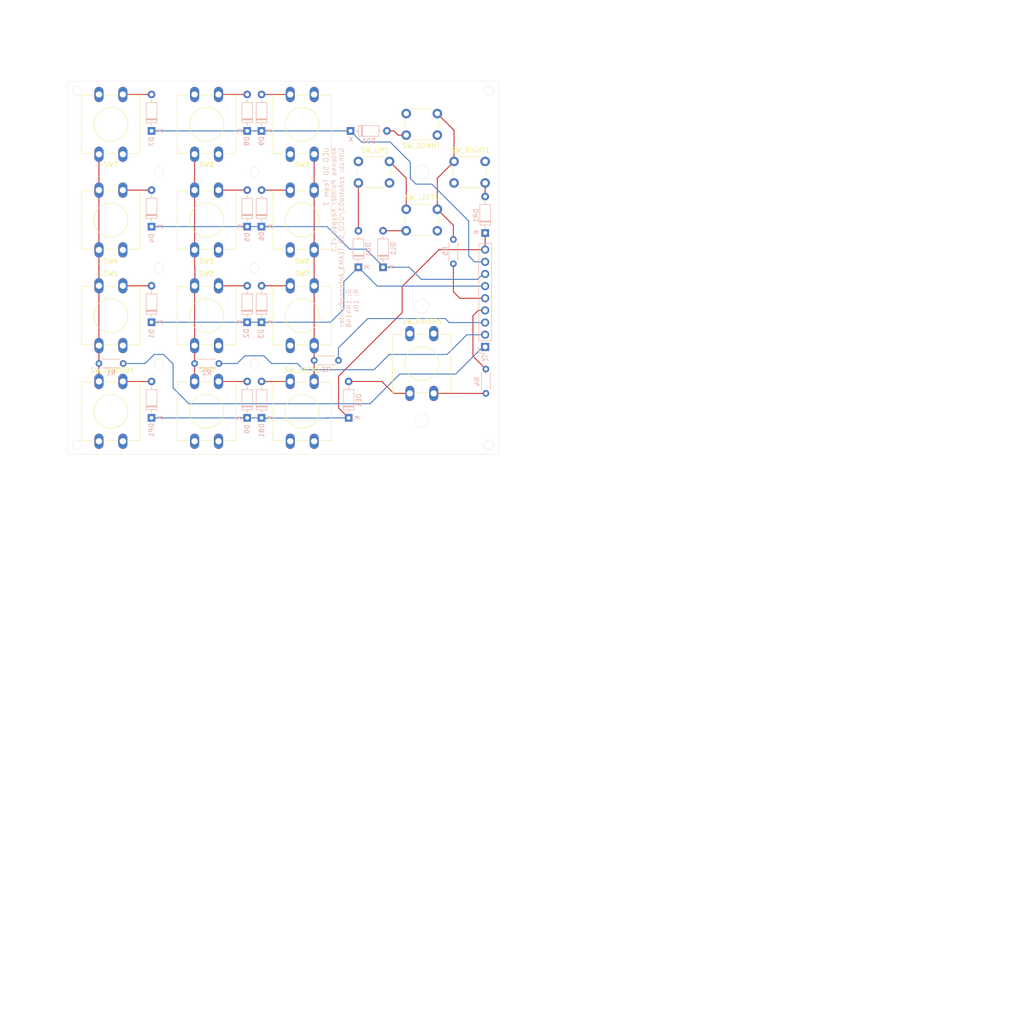
<source format=kicad_pcb>
(kicad_pcb (version 20240108) (generator "pcbnew") (generator_version "8.0")
  (layers (0 "F.Cu" signal) (31 "B.Cu" signal) (34 "B.Paste" user) (35 "F.Paste" user) (36 "B.SilkS" user "B.Silkscreen") (37 "F.SilkS" user "F.Silkscreen") (38 "B.Mask" user) (39 "F.Mask" user) (44 "Edge.Cuts" user))
  (net 0 "")
  (net 1 "Net-(D1-A)")
  (net 2 "Net-(D2-A)")
  (net 3 "Net-(D3-A)")
  (net 4 "Net-(D4-A)")
  (net 5 "Net-(D5-A)")
  (net 6 "Net-(D6-A)")
  (net 7 "Net-(D7-A)")
  (net 8 "Net-(D8-A)")
  (net 9 "Net-(D9-A)")
  (net 10 "Net-(DB1-A)")
  (net 11 "Net-(R1-Pad1)")
  (net 12 "Net-(R2-Pad1)")
  (net 13 "Net-(R4-Pad1)")
  (net 14 "Net-(DE1-A)")
  (net 15 "Net-(DP1-A)")
  (net 16 "Row4")
  (net 17 "Net-(D0-A)")
  (net 18 "Row3")
  (net 19 "Row2")
  (net 20 "Row1")
  (net 21 "Col4")
  (net 22 "Col1")
  (net 23 "Col3")
  (net 24 "Col2")
  (net 25 "Net-(DL1-A)")
  (net 26 "Net-(DR1-A)")
  (net 27 "Net-(DU1-A)")
  (net 28 "Col5")
  (net 29 "Net-(R5-Pad1)")
  (net 30 "Net-(R3-Pad1)")
  (net 31 "Net-(DD1-A)")
  (footprint "Button_Switch_THT:SW_PUSH-12mm" (layer "F.Cu") (at 45.6276 49.144 -90)
    (property "Reference" "SW7" (at 14.65 2.5 180) (layer "F.SilkS"))
    (property "Value" "SW_Push")
    (pad "1" thru_hole oval (at 0 0 270) (size 3.2 1.9) (drill 1.3) (layers "*.Cu" "*.Mask") (net 7 "Net-(D7-A)"))
    (pad "1" thru_hole oval (at 12.5 0 270) (size 3.2 1.9) (drill 1.3) (layers "*.Cu" "*.Mask") (net 7 "Net-(D7-A)"))
    (pad "2" thru_hole oval (at 0 5 270) (size 3.2 1.9) (drill 1.3) (layers "*.Cu" "*.Mask") (net 11 "Net-(R1-Pad1)"))
    (pad "2" thru_hole oval (at 12.5 5 270) (size 3.2 1.9) (drill 1.3) (layers "*.Cu" "*.Mask") (net 11 "Net-(R1-Pad1)"))
  )
  (footprint "Button_Switch_THT:SW_PUSH_6mm" (layer "F.Cu") (at 101.3776 67.644 180)
    (property "Reference" "SW_UP1" (at 3.05 6.85 0) (layer "F.SilkS"))
    (property "Value" "SW_Push")
    (pad "1" thru_hole circle (at 0 0 270) (size 2 2) (drill 1.1) (layers "*.Cu" "*.Mask") (net 27 "Net-(DU1-A)"))
    (pad "1" thru_hole circle (at 6.5 0 270) (size 2 2) (drill 1.1) (layers "*.Cu" "*.Mask") (net 27 "Net-(DU1-A)"))
    (pad "2" thru_hole circle (at 0 4.5 270) (size 2 2) (drill 1.1) (layers "*.Cu" "*.Mask") (net 29 "Net-(R5-Pad1)"))
    (pad "2" thru_hole circle (at 6.5 4.5 270) (size 2 2) (drill 1.1) (layers "*.Cu" "*.Mask") (net 29 "Net-(R5-Pad1)"))
  )
  (footprint "Button_Switch_THT:SW_PUSH_6mm" (layer "F.Cu") (at 121.3776 67.644 180)
    (property "Reference" "SW_RIGHT1" (at 3.05 6.85 0) (layer "F.SilkS"))
    (property "Value" "SW_Push")
    (pad "1" thru_hole circle (at 0 0 270) (size 2 2) (drill 1.1) (layers "*.Cu" "*.Mask") (net 26 "Net-(DR1-A)"))
    (pad "1" thru_hole circle (at 6.5 0 270) (size 2 2) (drill 1.1) (layers "*.Cu" "*.Mask") (net 26 "Net-(DR1-A)"))
    (pad "2" thru_hole circle (at 0 4.5 270) (size 2 2) (drill 1.1) (layers "*.Cu" "*.Mask") (net 29 "Net-(R5-Pad1)"))
    (pad "2" thru_hole circle (at 6.5 4.5 270) (size 2 2) (drill 1.1) (layers "*.Cu" "*.Mask") (net 29 "Net-(R5-Pad1)"))
  )
  (footprint "Button_Switch_THT:SW_PUSH-12mm" (layer "F.Cu") (at 45.6276 109.144 -90)
    (property "Reference" "SW_PERIOD1" (at -2.35 2.2 180) (layer "F.SilkS"))
    (property "Value" "SW_Push")
    (pad "1" thru_hole oval (at 0 0 270) (size 3.2 1.9) (drill 1.3) (layers "*.Cu" "*.Mask") (net 15 "Net-(DP1-A)"))
    (pad "1" thru_hole oval (at 12.5 0 270) (size 3.2 1.9) (drill 1.3) (layers "*.Cu" "*.Mask") (net 15 "Net-(DP1-A)"))
    (pad "2" thru_hole oval (at 0 5 270) (size 3.2 1.9) (drill 1.3) (layers "*.Cu" "*.Mask") (net 11 "Net-(R1-Pad1)"))
    (pad "2" thru_hole oval (at 12.5 5 270) (size 3.2 1.9) (drill 1.3) (layers "*.Cu" "*.Mask") (net 11 "Net-(R1-Pad1)"))
  )
  (footprint "Button_Switch_THT:SW_PUSH-12mm" (layer "F.Cu") (at 80.6276 61.644 90)
    (property "Reference" "SW9" (at -2.15 2.5 180) (layer "F.SilkS"))
    (property "Value" "SW_Push")
    (pad "1" thru_hole oval (at 0 0 90) (size 3.2 1.9) (drill 1.3) (layers "*.Cu" "*.Mask") (net 9 "Net-(D9-A)"))
    (pad "1" thru_hole oval (at 12.5 0 90) (size 3.2 1.9) (drill 1.3) (layers "*.Cu" "*.Mask") (net 9 "Net-(D9-A)"))
    (pad "2" thru_hole oval (at 0 5 90) (size 3.2 1.9) (drill 1.3) (layers "*.Cu" "*.Mask") (net 30 "Net-(R3-Pad1)"))
    (pad "2" thru_hole oval (at 12.5 5 90) (size 3.2 1.9) (drill 1.3) (layers "*.Cu" "*.Mask") (net 30 "Net-(R3-Pad1)"))
  )
  (footprint "Button_Switch_THT:SW_PUSH-12mm" (layer "F.Cu") (at 80.6276 121.644 90)
    (property "Reference" "SW_BACK1" (at 14.9 2.6 180) (layer "F.SilkS"))
    (property "Value" "SW_Push")
    (pad "1" thru_hole oval (at 0 0 90) (size 3.2 1.9) (drill 1.3) (layers "*.Cu" "*.Mask") (net 10 "Net-(DB1-A)"))
    (pad "1" thru_hole oval (at 12.5 0 90) (size 3.2 1.9) (drill 1.3) (layers "*.Cu" "*.Mask") (net 10 "Net-(DB1-A)"))
    (pad "2" thru_hole oval (at 0 5 90) (size 3.2 1.9) (drill 1.3) (layers "*.Cu" "*.Mask") (net 30 "Net-(R3-Pad1)"))
    (pad "2" thru_hole oval (at 12.5 5 90) (size 3.2 1.9) (drill 1.3) (layers "*.Cu" "*.Mask") (net 30 "Net-(R3-Pad1)"))
  )
  (footprint "Button_Switch_THT:SW_PUSH_6mm" (layer "F.Cu") (at 111.3776 57.644 180)
    (property "Reference" "SW_DOWN1" (at 3.25 -2.25 0) (layer "F.SilkS"))
    (property "Value" "SW_Push")
    (pad "1" thru_hole circle (at 0 0 270) (size 2 2) (drill 1.1) (layers "*.Cu" "*.Mask") (net 31 "Net-(DD1-A)"))
    (pad "1" thru_hole circle (at 6.5 0 270) (size 2 2) (drill 1.1) (layers "*.Cu" "*.Mask") (net 31 "Net-(DD1-A)"))
    (pad "2" thru_hole circle (at 0 4.5 270) (size 2 2) (drill 1.1) (layers "*.Cu" "*.Mask") (net 29 "Net-(R5-Pad1)"))
    (pad "2" thru_hole circle (at 6.5 4.5 270) (size 2 2) (drill 1.1) (layers "*.Cu" "*.Mask") (net 29 "Net-(R5-Pad1)"))
  )
  (footprint "Button_Switch_THT:SW_PUSH-12mm" (layer "F.Cu") (at 80.6276 101.644 90)
    (property "Reference" "SW3" (at 15.05 2.5 180) (layer "F.SilkS"))
    (property "Value" "SW_Push")
    (pad "1" thru_hole oval (at 0 0 90) (size 3.2 1.9) (drill 1.3) (layers "*.Cu" "*.Mask") (net 3 "Net-(D3-A)"))
    (pad "1" thru_hole oval (at 12.5 0 90) (size 3.2 1.9) (drill 1.3) (layers "*.Cu" "*.Mask") (net 3 "Net-(D3-A)"))
    (pad "2" thru_hole oval (at 0 5 90) (size 3.2 1.9) (drill 1.3) (layers "*.Cu" "*.Mask") (net 30 "Net-(R3-Pad1)"))
    (pad "2" thru_hole oval (at 12.5 5 90) (size 3.2 1.9) (drill 1.3) (layers "*.Cu" "*.Mask") (net 30 "Net-(R3-Pad1)"))
  )
  (footprint "Button_Switch_THT:SW_PUSH_6mm" (layer "F.Cu") (at 111.3776 77.644 180)
    (property "Reference" "SW_LEFT1" (at 3.25 6.95 0) (layer "F.SilkS"))
    (property "Value" "SW_Push")
    (pad "1" thru_hole circle (at 0 0 270) (size 2 2) (drill 1.1) (layers "*.Cu" "*.Mask") (net 25 "Net-(DL1-A)"))
    (pad "1" thru_hole circle (at 6.5 0 270) (size 2 2) (drill 1.1) (layers "*.Cu" "*.Mask") (net 25 "Net-(DL1-A)"))
    (pad "2" thru_hole circle (at 0 4.5 270) (size 2 2) (drill 1.1) (layers "*.Cu" "*.Mask") (net 29 "Net-(R5-Pad1)"))
    (pad "2" thru_hole circle (at 6.5 4.5 270) (size 2 2) (drill 1.1) (layers "*.Cu" "*.Mask") (net 29 "Net-(R5-Pad1)"))
  )
  (footprint "Button_Switch_THT:SW_PUSH-12mm" (layer "F.Cu") (at 45.6276 69.144 -90)
    (property "Reference" "SW4" (at 14.85 2.5 180) (layer "F.SilkS"))
    (property "Value" "SW_Push")
    (pad "1" thru_hole oval (at 0 0 270) (size 3.2 1.9) (drill 1.3) (layers "*.Cu" "*.Mask") (net 4 "Net-(D4-A)"))
    (pad "1" thru_hole oval (at 12.5 0 270) (size 3.2 1.9) (drill 1.3) (layers "*.Cu" "*.Mask") (net 4 "Net-(D4-A)"))
    (pad "2" thru_hole oval (at 0 5 270) (size 3.2 1.9) (drill 1.3) (layers "*.Cu" "*.Mask") (net 11 "Net-(R1-Pad1)"))
    (pad "2" thru_hole oval (at 12.5 5 270) (size 3.2 1.9) (drill 1.3) (layers "*.Cu" "*.Mask") (net 11 "Net-(R1-Pad1)"))
  )
  (footprint "Button_Switch_THT:SW_PUSH-12mm" (layer "F.Cu") (at 105.6276 111.644 90)
    (property "Reference" "SW_ENTER1" (at 15.05 2.6 0) (layer "F.SilkS"))
    (property "Value" "SW_Push")
    (pad "1" thru_hole oval (at 0 0 90) (size 3.2 1.9) (drill 1.3) (layers "*.Cu" "*.Mask") (net 14 "Net-(DE1-A)"))
    (pad "1" thru_hole oval (at 12.5 0 90) (size 3.2 1.9) (drill 1.3) (layers "*.Cu" "*.Mask") (net 14 "Net-(DE1-A)"))
    (pad "2" thru_hole oval (at 0 5 90) (size 3.2 1.9) (drill 1.3) (layers "*.Cu" "*.Mask") (net 13 "Net-(R4-Pad1)"))
    (pad "2" thru_hole oval (at 12.5 5 90) (size 3.2 1.9) (drill 1.3) (layers "*.Cu" "*.Mask") (net 13 "Net-(R4-Pad1)"))
  )
  (footprint "Button_Switch_THT:SW_PUSH-12mm" (layer "F.Cu") (at 65.6276 49.144 -90)
    (property "Reference" "SW8" (at 14.65 2.5 180) (layer "F.SilkS"))
    (property "Value" "SW_Push")
    (pad "1" thru_hole oval (at 0 0 270) (size 3.2 1.9) (drill 1.3) (layers "*.Cu" "*.Mask") (net 8 "Net-(D8-A)"))
    (pad "1" thru_hole oval (at 12.5 0 270) (size 3.2 1.9) (drill 1.3) (layers "*.Cu" "*.Mask") (net 8 "Net-(D8-A)"))
    (pad "2" thru_hole oval (at 0 5 270) (size 3.2 1.9) (drill 1.3) (layers "*.Cu" "*.Mask") (net 12 "Net-(R2-Pad1)"))
    (pad "2" thru_hole oval (at 12.5 5 270) (size 3.2 1.9) (drill 1.3) (layers "*.Cu" "*.Mask") (net 12 "Net-(R2-Pad1)"))
  )
  (footprint "Button_Switch_THT:SW_PUSH-12mm" (layer "F.Cu") (at 65.6276 69.144 -90)
    (property "Reference" "SW5" (at 14.85 2.5 180) (layer "F.SilkS"))
    (property "Value" "SW_Push")
    (pad "1" thru_hole oval (at 0 0 270) (size 3.2 1.9) (drill 1.3) (layers "*.Cu" "*.Mask") (net 5 "Net-(D5-A)"))
    (pad "1" thru_hole oval (at 12.5 0 270) (size 3.2 1.9) (drill 1.3) (layers "*.Cu" "*.Mask") (net 5 "Net-(D5-A)"))
    (pad "2" thru_hole oval (at 0 5 270) (size 3.2 1.9) (drill 1.3) (layers "*.Cu" "*.Mask") (net 12 "Net-(R2-Pad1)"))
    (pad "2" thru_hole oval (at 12.5 5 270) (size 3.2 1.9) (drill 1.3) (layers "*.Cu" "*.Mask") (net 12 "Net-(R2-Pad1)"))
  )
  (footprint "Button_Switch_THT:SW_PUSH-12mm" (layer "F.Cu") (at 45.6276 89.144 -90)
    (property "Reference" "SW1" (at -2.55 2.5 180) (layer "F.SilkS"))
    (property "Value" "SW_Push")
    (pad "1" thru_hole oval (at 0 0 270) (size 3.2 1.9) (drill 1.3) (layers "*.Cu" "*.Mask") (net 1 "Net-(D1-A)"))
    (pad "1" thru_hole oval (at 12.5 0 270) (size 3.2 1.9) (drill 1.3) (layers "*.Cu" "*.Mask") (net 1 "Net-(D1-A)"))
    (pad "2" thru_hole oval (at 0 5 270) (size 3.2 1.9) (drill 1.3) (layers "*.Cu" "*.Mask") (net 11 "Net-(R1-Pad1)"))
    (pad "2" thru_hole oval (at 12.5 5 270) (size 3.2 1.9) (drill 1.3) (layers "*.Cu" "*.Mask") (net 11 "Net-(R1-Pad1)"))
  )
  (footprint "Button_Switch_THT:SW_PUSH-12mm" (layer "F.Cu") (at 65.6276 109.144 -90)
    (property "Reference" "SW0" (at -2.5 2.5 180) (layer "F.SilkS"))
    (property "Value" "SW_Push")
    (pad "1" thru_hole oval (at 0 0 270) (size 3.2 1.9) (drill 1.3) (layers "*.Cu" "*.Mask") (net 17 "Net-(D0-A)"))
    (pad "1" thru_hole oval (at 12.5 0 270) (size 3.2 1.9) (drill 1.3) (layers "*.Cu" "*.Mask") (net 17 "Net-(D0-A)"))
    (pad "2" thru_hole oval (at 0 5 270) (size 3.2 1.9) (drill 1.3) (layers "*.Cu" "*.Mask") (net 12 "Net-(R2-Pad1)"))
    (pad "2" thru_hole oval (at 12.5 5 270) (size 3.2 1.9) (drill 1.3) (layers "*.Cu" "*.Mask") (net 12 "Net-(R2-Pad1)"))
  )
  (footprint "Button_Switch_THT:SW_PUSH-12mm" (layer "F.Cu") (at 65.6276 89.144 -90)
    (property "Reference" "SW2" (at -2.55 2.5 180) (layer "F.SilkS"))
    (property "Value" "SW_Push")
    (pad "1" thru_hole oval (at 0 0 270) (size 3.2 1.9) (drill 1.3) (layers "*.Cu" "*.Mask") (net 2 "Net-(D2-A)"))
    (pad "1" thru_hole oval (at 12.5 0 270) (size 3.2 1.9) (drill 1.3) (layers "*.Cu" "*.Mask") (net 2 "Net-(D2-A)"))
    (pad "2" thru_hole oval (at 0 5 270) (size 3.2 1.9) (drill 1.3) (layers "*.Cu" "*.Mask") (net 12 "Net-(R2-Pad1)"))
    (pad "2" thru_hole oval (at 12.5 5 270) (size 3.2 1.9) (drill 1.3) (layers "*.Cu" "*.Mask") (net 12 "Net-(R2-Pad1)"))
  )
  (footprint "Button_Switch_THT:SW_PUSH-12mm" (layer "F.Cu") (at 80.6276 81.644 90)
    (property "Reference" "SW6" (at -2.35 2.5 180) (layer "F.SilkS"))
    (property "Value" "SW_Push")
    (pad "1" thru_hole oval (at 0 0 90) (size 3.2 1.9) (drill 1.3) (layers "*.Cu" "*.Mask") (net 6 "Net-(D6-A)"))
    (pad "1" thru_hole oval (at 12.5 0 90) (size 3.2 1.9) (drill 1.3) (layers "*.Cu" "*.Mask") (net 6 "Net-(D6-A)"))
    (pad "2" thru_hole oval (at 0 5 90) (size 3.2 1.9) (drill 1.3) (layers "*.Cu" "*.Mask") (net 30 "Net-(R3-Pad1)"))
    (pad "2" thru_hole oval (at 12.5 5 90) (size 3.2 1.9) (drill 1.3) (layers "*.Cu" "*.Mask") (net 30 "Net-(R3-Pad1)"))
  )
  (footprint "Diode_THT:D_DO-35_SOD27_P7.62mm_Horizontal" (layer "B.Cu") (at 74.6276 96.764 90)
    (property "Reference" "D3" (at -2.43 -0.1 90) (layer "B.SilkS") (effects (justify mirror)))
    (property "Value" "D")
    (fp_text user "K" (at 0 1.8 90) (layer "B.SilkS") (effects (justify mirror)))
    (pad "1" thru_hole rect (at 0 0 90) (size 1.6 1.6) (drill 0.8) (layers "*.Cu" "*.Mask") (net 20 "Row1"))
    (pad "2" thru_hole oval (at 7.62 0 90) (size 1.6 1.6) (drill 0.8) (layers "*.Cu" "*.Mask") (net 3 "Net-(D3-A)"))
  )
  (footprint "Diode_THT:D_DO-35_SOD27_P7.62mm_Horizontal" (layer "B.Cu") (at 71.6276 56.764 90)
    (property "Reference" "D8" (at -2.13 -0.1 90) (layer "B.SilkS") (effects (justify mirror)))
    (property "Value" "D")
    (fp_text user "K" (at 0.02 -1.5 90) (layer "B.SilkS") (effects (justify mirror)))
    (pad "1" thru_hole rect (at 0 0 90) (size 1.6 1.6) (drill 0.8) (layers "*.Cu" "*.Mask") (net 18 "Row3"))
    (pad "2" thru_hole oval (at 7.62 0 90) (size 1.6 1.6) (drill 0.8) (layers "*.Cu" "*.Mask") (net 8 "Net-(D8-A)"))
  )
  (footprint "Diode_THT:D_DO-35_SOD27_P7.62mm_Horizontal" (layer "B.Cu") (at 100.0276 85.264 90)
    (property "Reference" "DL1" (at 3.87 2.1 90) (layer "B.SilkS") (effects (justify mirror)))
    (property "Value" "D")
    (fp_text user "K" (at 0 1.8 90) (layer "B.SilkS") (effects (justify mirror)))
    (pad "1" thru_hole rect (at 0 0 90) (size 1.6 1.6) (drill 0.8) (layers "*.Cu" "*.Mask") (net 19 "Row2"))
    (pad "2" thru_hole oval (at 7.62 0 90) (size 1.6 1.6) (drill 0.8) (layers "*.Cu" "*.Mask") (net 25 "Net-(DL1-A)"))
  )
  (footprint "Resistor_THT:R_Axial_DIN0204_L3.6mm_D1.6mm_P5.08mm_Horizontal" (layer "B.Cu") (at 114.7276 79.454 -90)
    (property "Reference" "R5" (at 2.44 1.7 90) (layer "B.SilkS") (effects (justify mirror)))
    (property "Value" "10k")
    (pad "1" thru_hole circle (at 0 0 270) (size 1.4 1.4) (drill 0.7) (layers "*.Cu" "*.Mask") (net 29 "Net-(R5-Pad1)"))
    (pad "2" thru_hole oval (at 5.08 0 270) (size 1.4 1.4) (drill 0.7) (layers "*.Cu" "*.Mask") (net 28 "Col5"))
  )
  (footprint "Connector_PinHeader_2.54mm:PinHeader_1x09_P2.54mm_Vertical" (layer "B.Cu") (at 121.3776 101.914)
    (property "Reference" "J2" (at 0 2.33 0) (layer "B.SilkS") (effects (justify mirror)))
    (property "Value" "Conn_01x09_Pin")
    (pad "1" thru_hole rect (at 0 0) (size 1.7 1.7) (drill 1) (layers "*.Cu" "*.Mask") (net 22 "Col1"))
    (pad "2" thru_hole oval (at 0 -2.54) (size 1.7 1.7) (drill 1) (layers "*.Cu" "*.Mask") (net 24 "Col2"))
    (pad "3" thru_hole oval (at 0 -5.08) (size 1.7 1.7) (drill 1) (layers "*.Cu" "*.Mask") (net 23 "Col3"))
    (pad "4" thru_hole oval (at 0 -7.62) (size 1.7 1.7) (drill 1) (layers "*.Cu" "*.Mask") (net 21 "Col4"))
    (pad "5" thru_hole oval (at 0 -10.16) (size 1.7 1.7) (drill 1) (layers "*.Cu" "*.Mask") (net 28 "Col5"))
    (pad "6" thru_hole oval (at 0 -12.7) (size 1.7 1.7) (drill 1) (layers "*.Cu" "*.Mask") (net 20 "Row1"))
    (pad "7" thru_hole oval (at 0 -15.24) (size 1.7 1.7) (drill 1) (layers "*.Cu" "*.Mask") (net 19 "Row2"))
    (pad "8" thru_hole oval (at 0 -17.78) (size 1.7 1.7) (drill 1) (layers "*.Cu" "*.Mask") (net 18 "Row3"))
    (pad "9" thru_hole oval (at 0 -20.32) (size 1.7 1.7) (drill 1) (layers "*.Cu" "*.Mask") (net 16 "Row4"))
  )
  (footprint "Diode_THT:D_DO-35_SOD27_P7.62mm_Horizontal" (layer "B.Cu") (at 94.8776 85.264 90)
    (property "Reference" "DU1" (at 3.67 2.05 90) (layer "B.SilkS") (effects (justify mirror)))
    (property "Value" "D")
    (fp_text user "K" (at 0 1.8 90) (layer "B.SilkS") (effects (justify mirror)))
    (pad "1" thru_hole rect (at 0 0 90) (size 1.6 1.6) (drill 0.8) (layers "*.Cu" "*.Mask") (net 20 "Row1"))
    (pad "2" thru_hole oval (at 7.62 0 90) (size 1.6 1.6) (drill 0.8) (layers "*.Cu" "*.Mask") (net 27 "Net-(DU1-A)"))
  )
  (footprint "Resistor_THT:R_Axial_DIN0204_L3.6mm_D1.6mm_P5.08mm_Horizontal" (layer "B.Cu") (at 85.6276 104.744)
    (property "Reference" "R3" (at 2.54 1.92 0) (layer "B.SilkS") (effects (justify mirror)))
    (property "Value" "10k")
    (pad "1" thru_hole circle (at 0 0) (size 1.4 1.4) (drill 0.7) (layers "*.Cu" "*.Mask") (net 30 "Net-(R3-Pad1)"))
    (pad "2" thru_hole oval (at 5.08 0) (size 1.4 1.4) (drill 0.7) (layers "*.Cu" "*.Mask") (net 23 "Col3"))
  )
  (footprint "Diode_THT:D_DO-35_SOD27_P7.62mm_Horizontal" (layer "B.Cu") (at 74.6276 76.764 90)
    (property "Reference" "D6" (at -2.03 0 90) (layer "B.SilkS") (effects (justify mirror)))
    (property "Value" "D")
    (fp_text user "K" (at 0 1.8 90) (layer "B.SilkS") (effects (justify mirror)))
    (pad "1" thru_hole rect (at 0 0 90) (size 1.6 1.6) (drill 0.8) (layers "*.Cu" "*.Mask") (net 19 "Row2"))
    (pad "2" thru_hole oval (at 7.62 0 90) (size 1.6 1.6) (drill 0.8) (layers "*.Cu" "*.Mask") (net 6 "Net-(D6-A)"))
  )
  (footprint "Resistor_THT:R_Axial_DIN0204_L3.6mm_D1.6mm_P5.08mm_Horizontal" (layer "B.Cu") (at 121.5276 111.644 90)
    (property "Reference" "R4" (at 2.45 -1.8 90) (layer "B.SilkS") (effects (justify mirror)))
    (property "Value" "10k")
    (pad "1" thru_hole circle (at 0 0 90) (size 1.4 1.4) (drill 0.7) (layers "*.Cu" "*.Mask") (net 13 "Net-(R4-Pad1)"))
    (pad "2" thru_hole oval (at 5.08 0 90) (size 1.4 1.4) (drill 0.7) (layers "*.Cu" "*.Mask") (net 21 "Col4"))
  )
  (footprint "Diode_THT:D_DO-35_SOD27_P7.62mm_Horizontal" (layer "B.Cu") (at 93.2276 56.764)
    (property "Reference" "DD1" (at 3.81 2.12 0) (layer "B.SilkS") (effects (justify mirror)))
    (property "Value" "D")
    (fp_text user "K" (at 0 1.8 0) (layer "B.SilkS") (effects (justify mirror)))
    (pad "1" thru_hole rect (at 0 0) (size 1.6 1.6) (drill 0.8) (layers "*.Cu" "*.Mask") (net 18 "Row3"))
    (pad "2" thru_hole oval (at 7.62 0) (size 1.6 1.6) (drill 0.8) (layers "*.Cu" "*.Mask") (net 31 "Net-(DD1-A)"))
  )
  (footprint "Diode_THT:D_DO-35_SOD27_P7.62mm_Horizontal" (layer "B.Cu") (at 92.8276 116.764 90)
    (property "Reference" "DE1" (at 3.67 2.1 90) (layer "B.SilkS") (effects (justify mirror)))
    (property "Value" "D" (hide yes))
    (fp_text user "K" (at 0 1.8 90) (layer "B.SilkS") (effects (justify mirror)))
    (pad "1" thru_hole rect (at 0 0 90) (size 1.6 1.6) (drill 0.8) (layers "*.Cu" "*.Mask") (net 16 "Row4"))
    (pad "2" thru_hole oval (at 7.62 0 90) (size 1.6 1.6) (drill 0.8) (layers "*.Cu" "*.Mask") (net 14 "Net-(DE1-A)"))
  )
  (footprint "Diode_THT:D_DO-35_SOD27_P7.62mm_Horizontal" (layer "B.Cu") (at 121.3776 78.104 90)
    (property "Reference" "DR1" (at 3.61 -1.9 90) (layer "B.SilkS") (effects (justify mirror)))
    (property "Value" "D")
    (fp_text user "K" (at 0.11 -1.8 90) (layer "B.SilkS") (effects (justify mirror)))
    (pad "1" thru_hole rect (at 0 0 90) (size 1.6 1.6) (drill 0.8) (layers "*.Cu" "*.Mask") (net 16 "Row4"))
    (pad "2" thru_hole oval (at 7.62 0 90) (size 1.6 1.6) (drill 0.8) (layers "*.Cu" "*.Mask") (net 26 "Net-(DR1-A)"))
  )
  (footprint "Diode_THT:D_DO-35_SOD27_P7.62mm_Horizontal" (layer "B.Cu") (at 51.6276 76.764 90)
    (property "Reference" "D4" (at -2.43 0 90) (layer "B.SilkS") (effects (justify mirror)))
    (property "Value" "D")
    (fp_text user "K" (at 0 1.8 90) (layer "B.SilkS") (effects (justify mirror)))
    (pad "1" thru_hole rect (at 0 0 90) (size 1.6 1.6) (drill 0.8) (layers "*.Cu" "*.Mask") (net 19 "Row2"))
    (pad "2" thru_hole oval (at 7.62 0 90) (size 1.6 1.6) (drill 0.8) (layers "*.Cu" "*.Mask") (net 4 "Net-(D4-A)"))
  )
  (footprint "Diode_THT:D_DO-35_SOD27_P7.62mm_Horizontal" (layer "B.Cu") (at 51.6276 56.764 90)
    (property "Reference" "D7" (at -2.23 0 90) (layer "B.SilkS") (effects (justify mirror)))
    (property "Value" "D")
    (fp_text user "K" (at 0 1.8 90) (layer "B.SilkS") (effects (justify mirror)))
    (pad "1" thru_hole rect (at 0 0 90) (size 1.6 1.6) (drill 0.8) (layers "*.Cu" "*.Mask") (net 18 "Row3"))
    (pad "2" thru_hole oval (at 7.62 0 90) (size 1.6 1.6) (drill 0.8) (layers "*.Cu" "*.Mask") (net 7 "Net-(D7-A)"))
  )
  (footprint "Diode_THT:D_DO-35_SOD27_P7.62mm_Horizontal" (layer "B.Cu") (at 51.6276 96.764 90)
    (property "Reference" "D1" (at -2.43 0 90) (layer "B.SilkS") (effects (justify mirror)))
    (property "Value" "D")
    (fp_text user "K" (at 0 1.8 90) (layer "B.SilkS") (effects (justify mirror)))
    (pad "1" thru_hole rect (at 0 0 90) (size 1.6 1.6) (drill 0.8) (layers "*.Cu" "*.Mask") (net 20 "Row1"))
    (pad "2" thru_hole oval (at 7.62 0 90) (size 1.6 1.6) (drill 0.8) (layers "*.Cu" "*.Mask") (net 1 "Net-(D1-A)"))
  )
  (footprint "Diode_THT:D_DO-35_SOD27_P7.62mm_Horizontal" (layer "B.Cu") (at 51.6276 116.764 90)
    (property "Reference" "DP1" (at -2.53 0 90) (layer "B.SilkS") (effects (justify mirror)))
    (property "Value" "D")
    (fp_text user "K" (at 0 1.8 90) (layer "B.SilkS") (effects (justify mirror)))
    (pad "1" thru_hole rect (at 0 0 90) (size 1.6 1.6) (drill 0.8) (layers "*.Cu" "*.Mask") (net 16 "Row4"))
    (pad "2" thru_hole oval (at 7.62 0 90) (size 1.6 1.6) (drill 0.8) (layers "*.Cu" "*.Mask") (net 15 "Net-(DP1-A)"))
  )
  (footprint "Diode_THT:D_DO-35_SOD27_P7.62mm_Horizontal" (layer "B.Cu") (at 71.6276 76.764 90)
    (property "Reference" "D5" (at -2.23 0 90) (layer "B.SilkS") (effects (justify mirror)))
    (property "Value" "D")
    (fp_text user "K" (at 0.02 -1.5 90) (layer "B.SilkS") (effects (justify mirror)))
    (pad "1" thru_hole rect (at 0 0 90) (size 1.6 1.6) (drill 0.8) (layers "*.Cu" "*.Mask") (net 19 "Row2"))
    (pad "2" thru_hole oval (at 7.62 0 90) (size 1.6 1.6) (drill 0.8) (layers "*.Cu" "*.Mask") (net 5 "Net-(D5-A)"))
  )
  (footprint "Diode_THT:D_DO-35_SOD27_P7.62mm_Horizontal" (layer "B.Cu") (at 74.6276 56.764 90)
    (property "Reference" "D9" (at -2.13 0 90) (layer "B.SilkS") (effects (justify mirror)))
    (property "Value" "D")
    (fp_text user "K" (at 0 1.6 90) (layer "B.SilkS") (effects (justify mirror)))
    (pad "1" thru_hole rect (at 0 0 90) (size 1.6 1.6) (drill 0.8) (layers "*.Cu" "*.Mask") (net 18 "Row3"))
    (pad "2" thru_hole oval (at 7.62 0 90) (size 1.6 1.6) (drill 0.8) (layers "*.Cu" "*.Mask") (net 9 "Net-(D9-A)"))
  )
  (footprint "Diode_THT:D_DO-35_SOD27_P7.62mm_Horizontal" (layer "B.Cu") (at 74.6276 116.764 90)
    (property "Reference" "DB1" (at -2.63 0 90) (layer "B.SilkS") (effects (justify mirror)))
    (property "Value" "D")
    (fp_text user "K" (at 0 1.8 90) (layer "B.SilkS") (effects (justify mirror)))
    (pad "1" thru_hole rect (at 0 0 90) (size 1.6 1.6) (drill 0.8) (layers "*.Cu" "*.Mask") (net 16 "Row4"))
    (pad "2" thru_hole oval (at 7.62 0 90) (size 1.6 1.6) (drill 0.8) (layers "*.Cu" "*.Mask") (net 10 "Net-(DB1-A)"))
  )
  (footprint "Resistor_THT:R_Axial_DIN0204_L3.6mm_D1.6mm_P5.08mm_Horizontal" (layer "B.Cu") (at 40.6276 105.394)
    (property "Reference" "R1" (at 2.54 1.92 0) (layer "B.SilkS") (effects (justify mirror)))
    (property "Value" "10k")
    (pad "1" thru_hole circle (at 0 0) (size 1.4 1.4) (drill 0.7) (layers "*.Cu" "*.Mask") (net 11 "Net-(R1-Pad1)"))
    (pad "2" thru_hole oval (at 5.08 0) (size 1.4 1.4) (drill 0.7) (layers "*.Cu" "*.Mask") (net 22 "Col1"))
  )
  (footprint "Resistor_THT:R_Axial_DIN0204_L3.6mm_D1.6mm_P5.08mm_Horizontal" (layer "B.Cu") (at 60.6276 105.394)
    (property "Reference" "R2" (at 2.54 1.92 0) (layer "B.SilkS") (effects (justify mirror)))
    (property "Value" "10k")
    (pad "1" thru_hole circle (at 0 0) (size 1.4 1.4) (drill 0.7) (layers "*.Cu" "*.Mask") (net 12 "Net-(R2-Pad1)"))
    (pad "2" thru_hole oval (at 5.08 0) (size 1.4 1.4) (drill 0.7) (layers "*.Cu" "*.Mask") (net 24 "Col2"))
  )
  (footprint "Diode_THT:D_DO-35_SOD27_P7.62mm_Horizontal" (layer "B.Cu") (at 71.6276 116.764 90)
    (property "Reference" "D0" (at -2.33 0 90) (layer "B.SilkS") (effects (justify mirror)))
    (property "Value" "D")
    (fp_text user "K" (at -0.08 -1.6 90) (layer "B.SilkS") (effects (justify mirror)))
    (pad "1" thru_hole rect (at 0 0 90) (size 1.6 1.6) (drill 0.8) (layers "*.Cu" "*.Mask") (net 16 "Row4"))
    (pad "2" thru_hole oval (at 7.62 0 90) (size 1.6 1.6) (drill 0.8) (layers "*.Cu" "*.Mask") (net 17 "Net-(D0-A)"))
  )
  (footprint "Diode_THT:D_DO-35_SOD27_P7.62mm_Horizontal" (layer "B.Cu") (at 71.6276 96.764 90)
    (property "Reference" "D2" (at -2.33 -0.2 90) (layer "B.SilkS") (effects (justify mirror)))
    (property "Value" "D")
    (fp_text user "K" (at 0 -1.6 90) (layer "B.SilkS") (effects (justify mirror)))
    (pad "1" thru_hole rect (at 0 0 90) (size 1.6 1.6) (drill 0.8) (layers "*.Cu" "*.Mask") (net 20 "Row1"))
    (pad "2" thru_hole oval (at 7.62 0 90) (size 1.6 1.6) (drill 0.8) (layers "*.Cu" "*.Mask") (net 2 "Net-(D2-A)"))
  )
  (gr_circle (center 53.1276 105.394) (end 54.1276 105.394) (stroke (width 0.05)) (fill none) (layer "Edge.Cuts"))
  (gr_rect (start 34.133534 46.394) (end 124.1276 124.394) (stroke (width 0.05)) (fill none) (layer "Edge.Cuts"))
  (gr_circle (center 108.1276 117.394) (end 109.6276 117.394) (stroke (width 0.05)) (fill none) (layer "Edge.Cuts"))
  (gr_circle (center 73.1276 85.394) (end 74.1276 85.394) (stroke (width 0.05)) (fill none) (layer "Edge.Cuts"))
  (gr_circle (center 73.1276 65.294) (end 74.1276 65.294) (stroke (width 0.05)) (fill none) (layer "Edge.Cuts"))
  (gr_circle (center 122.1276 122.394) (end 123.1276 122.394) (stroke (width 0.05)) (fill none) (layer "Edge.Cuts"))
  (gr_circle (center 36.1276 122.394) (end 37.1276 122.394) (stroke (width 0.05)) (fill none) (layer "Edge.Cuts"))
  (gr_circle (center 108.1276 93.394) (end 109.6276 93.394) (stroke (width 0.05)) (fill none) (layer "Edge.Cuts"))
  (gr_circle (center 53.1276 85.394) (end 54.1276 85.394) (stroke (width 0.05)) (fill none) (layer "Edge.Cuts"))
  (gr_circle (center 108.1276 65.394) (end 109.6276 65.394) (stroke (width 0.05)) (fill none) (layer "Edge.Cuts"))
  (gr_circle (center 53.2276 65.294) (end 54.2276 65.294) (stroke (width 0.05)) (fill none) (layer "Edge.Cuts"))
  (gr_circle (center 122.1276 48.39714) (end 123.1276 48.39714) (stroke (width 0.05)) (fill none) (layer "Edge.Cuts"))
  (gr_circle (center 73.1276 105.394) (end 74.1276 105.394) (stroke (width 0.05)) (fill none) (layer "Edge.Cuts"))
  (gr_circle (center 36.1276 48.394) (end 37.1276 48.394) (stroke (width 0.05)) (fill none) (layer "Edge.Cuts"))
  (gr_text "D: 1N4148\nR: 10k" (at 95.0276 89.794 90) (layer "B.SilkS") (effects (font (size 1 1) (thickness 0.1)) (justify left bottom mirror)))
  (gr_text "UCO SD Team 3\nAntenna Pointer Keypad v1.1\nGithub: zzAstro03/UCO_SD_TEAM3_AntennaPointer" (at 91.9276 60.194 90) (layer "B.SilkS") (effects (font (size 1 1) (thickness 0.1)) (justify left bottom mirror)))
  (segment (start 45.6276 89.144) (end 51.6276 89.144) (width 0.2) (layer "F.Cu") (net 1))
  (segment (start 65.6276 89.144) (end 71.6276 89.144) (width 0.2) (layer "F.Cu") (net 2))
  (segment (start 80.6276 89.144) (end 74.6276 89.144) (width 0.2) (layer "F.Cu") (net 3))
  (segment (start 45.6276 69.144) (end 51.6276 69.144) (width 0.2) (layer "F.Cu") (net 4))
  (segment (start 65.6276 69.144) (end 71.6276 69.144) (width 0.2) (layer "F.Cu") (net 5))
  (segment (start 74.6276 69.144) (end 80.6276 69.144) (width 0.2) (layer "F.Cu") (net 6))
  (segment (start 45.6276 49.144) (end 51.6276 49.144) (width 0.2) (layer "F.Cu") (net 7))
  (segment (start 71.6276 49.144) (end 65.6276 49.144) (width 0.2) (layer "F.Cu") (net 8))
  (segment (start 74.6276 49.144) (end 80.6276 49.144) (width 0.2) (layer "F.Cu") (net 9))
  (segment (start 74.6276 109.144) (end 80.6276 109.144) (width 0.2) (layer "F.Cu") (net 10))
  (segment (start 40.6276 104.694) (end 40.6276 105.394) (width 0.2) (layer "F.Cu") (net 11))
  (segment (start 40.6276 61.644) (end 40.6276 69.144) (width 0.2) (layer "F.Cu") (net 11))
  (segment (start 40.6276 106.394) (end 40.6276 105.394) (width 0.2) (layer "F.Cu") (net 11))
  (segment (start 40.6276 69.144) (end 40.6276 81.644) (width 0.2) (layer "F.Cu") (net 11))
  (segment (start 40.6276 101.644) (end 40.6276 104.694) (width 0.2) (layer "F.Cu") (net 11))
  (segment (start 40.6276 89.144) (end 40.6276 101.644) (width 0.2) (layer "F.Cu") (net 11))
  (segment (start 40.6276 109.144) (end 40.6276 106.394) (width 0.2) (layer "F.Cu") (net 11))
  (segment (start 40.6276 81.644) (end 40.6276 85.274) (width 0.2) (layer "F.Cu") (net 11))
  (segment (start 40.6276 85.414) (end 40.6976 85.344) (width 0.2) (layer "F.Cu") (net 11))
  (segment (start 40.6276 104.694) (end 40.6276 105.294) (width 0.2) (layer "F.Cu") (net 11))
  (segment (start 40.6276 89.144) (end 40.6276 85.414) (width 0.2) (layer "F.Cu") (net 11))
  (segment (start 40.6276 106.394) (end 40.6276 105.294) (width 0.2) (layer "F.Cu") (net 11))
  (segment (start 40.6276 85.274) (end 40.6976 85.344) (width 0.2) (layer "F.Cu") (net 11))
  (segment (start 60.6276 61.644) (end 60.6276 69.144) (width 0.2) (layer "F.Cu") (net 12))
  (segment (start 60.6776 85.344) (end 60.6776 89.094) (width 0.2) (layer "F.Cu") (net 12))
  (segment (start 60.6276 101.644) (end 60.6276 105.394) (width 0.2) (layer "F.Cu") (net 12))
  (segment (start 60.6276 69.144) (end 60.6276 81.644) (width 0.2) (layer "F.Cu") (net 12))
  (segment (start 60.6276 81.644) (end 60.6276 85.294) (width 0.2) (layer "F.Cu") (net 12))
  (segment (start 60.6276 85.294) (end 60.6776 85.344) (width 0.2) (layer "F.Cu") (net 12))
  (segment (start 60.6776 89.094) (end 60.6276 89.144) (width 0.2) (layer "F.Cu") (net 12))
  (segment (start 60.6276 105.394) (end 60.6276 109.144) (width 0.2) (layer "F.Cu") (net 12))
  (segment (start 60.6276 89.144) (end 60.6276 101.644) (width 0.2) (layer "F.Cu") (net 12))
  (segment (start 118.1276 111.634) (end 110.6376 111.634) (width 0.2) (layer "F.Cu") (net 13))
  (segment (start 118.1376 111.644) (end 118.1276 111.634) (width 0.2) (layer "F.Cu") (net 13))
  (segment (start 110.6376 111.634) (end 110.6276 111.644) (width 0.2) (layer "F.Cu") (net 13))
  (segment (start 121.5276 111.644) (end 118.1376 111.644) (width 0.2) (layer "F.Cu") (net 13))
  (segment (start 102.2776 111.644) (end 99.7776 109.144) (width 0.2) (layer "F.Cu") (net 14))
  (segment (start 99.7776 109.144) (end 92.8276 109.144) (width 0.2) (layer "F.Cu") (net 14))
  (segment (start 105.6276 111.644) (end 105.6276 112.904) (width 0.2) (layer "F.Cu") (net 14))
  (segment (start 105.6276 111.644) (end 102.2776 111.644) (width 0.2) (layer "F.Cu") (net 14))
  (segment (start 45.6276 109.144) (end 51.6276 109.144) (width 0.2) (layer "F.Cu") (net 15))
  (segment (start 121.3776 78.104) (end 121.3776 81.594) (width 0.2) (layer "F.Cu") (net 16))
  (segment (start 90.7276 114.664) (end 90.7276 108.044) (width 0.2) (layer "F.Cu") (net 16))
  (segment (start 92.8276 116.764) (end 90.7276 114.664) (width 0.2) (layer "F.Cu") (net 16))
  (segment (start 104.0276 89.294) (end 111.7276 81.594) (width 0.2) (layer "F.Cu") (net 16))
  (segment (start 111.7276 81.594) (end 121.3776 81.594) (width 0.2) (layer "F.Cu") (net 16))
  (segment (start 90.7276 108.044) (end 104.0276 94.744) (width 0.2) (layer "F.Cu") (net 16))
  (segment (start 104.0276 94.744) (end 104.0276 89.294) (width 0.2) (layer "F.Cu") (net 16))
  (segment (start 71.6276 116.764) (end 74.6276 116.764) (width 0.2) (layer "B.Cu") (net 16))
  (segment (start 88.3576 116.764) (end 88.3276 116.794) (width 0.2) (layer "B.Cu") (net 16))
  (segment (start 74.6576 116.794) (end 74.6276 116.764) (width 0.2) (layer "B.Cu") (net 16))
  (segment (start 51.6276 116.764) (end 71.6276 116.764) (width 0.2) (layer "B.Cu") (net 16))
  (segment (start 74.6276 116.764) (end 75.425367 116.764) (width 0.2) (layer "B.Cu") (net 16))
  (segment (start 88.3276 116.794) (end 74.6576 116.794) (width 0.2) (layer "B.Cu") (net 16))
  (segment (start 75.425367 116.764) (end 75.555367 116.894) (width 0.2) (layer "B.Cu") (net 16))
  (segment (start 92.7176 116.764) (end 88.3576 116.764) (width 0.2) (layer "B.Cu") (net 16))
  (segment (start 88.6276 116.794) (end 88.3276 116.794) (width 0.2) (layer "B.Cu") (net 16))
  (segment (start 65.6276 109.144) (end 71.6276 109.144) (width 0.2) (layer "F.Cu") (net 17))
  (segment (start 121.3776 84.134) (end 119.1876 84.134) (width 0.2) (layer "B.Cu") (net 18))
  (segment (start 106.9276 67.894) (end 105.7276 66.694) (width 0.2) (layer "B.Cu") (net 18))
  (segment (start 105.7276 63.294) (end 101.5276 59.094) (width 0.2) (layer "B.Cu") (net 18))
  (segment (start 71.6276 56.764) (end 74.6276 56.764) (width 0.2) (layer "B.Cu") (net 18))
  (segment (start 117.9276 75.594) (end 110.2276 67.894) (width 0.2) (layer "B.Cu") (net 18))
  (segment (start 105.7276 66.694) (end 105.7276 63.294) (width 0.2) (layer "B.Cu") (net 18))
  (segment (start 51.6276 56.764) (end 71.6276 56.764) (width 0.2) (layer "B.Cu") (net 18))
  (segment (start 119.1876 84.134) (end 117.9276 82.874) (width 0.2) (layer "B.Cu") (net 18))
  (segment (start 117.9276 82.874) (end 117.9276 75.594) (width 0.2) (layer "B.Cu") (net 18))
  (segment (start 95.5576 59.094) (end 93.2276 56.764) (width 0.2) (layer "B.Cu") (net 18))
  (segment (start 110.2276 67.894) (end 106.9276 67.894) (width 0.2) (layer "B.Cu") (net 18))
  (segment (start 74.6276 56.764) (end 93.2276 56.764) (width 0.2) (layer "B.Cu") (net 18))
  (segment (start 101.5276 59.094) (end 95.5576 59.094) (width 0.2) (layer "B.Cu") (net 18))
  (segment (start 119.8076 87.794) (end 108.0276 87.794) (width 0.2) (layer "B.Cu") (net 19))
  (segment (start 96.4276 81.494) (end 93.0576 81.494) (width 0.2) (layer "B.Cu") (net 19))
  (segment (start 51.6276 76.764) (end 71.6276 76.764) (width 0.2) (layer "B.Cu") (net 19))
  (segment (start 108.0276 87.794) (end 105.4976 85.264) (width 0.2) (layer "B.Cu") (net 19))
  (segment (start 105.4976 85.264) (end 100.0276 85.264) (width 0.2) (layer "B.Cu") (net 19))
  (segment (start 120.9276 86.674) (end 119.8076 87.794) (width 0.2) (layer "B.Cu") (net 19))
  (segment (start 93.0576 81.494) (end 88.3276 76.764) (width 0.2) (layer "B.Cu") (net 19))
  (segment (start 100.0276 85.094) (end 96.4276 81.494) (width 0.2) (layer "B.Cu") (net 19))
  (segment (start 88.3276 76.764) (end 74.6276 76.764) (width 0.2) (layer "B.Cu") (net 19))
  (segment (start 71.6276 76.764) (end 74.6276 76.764) (width 0.2) (layer "B.Cu") (net 19))
  (segment (start 100.0276 85.264) (end 100.0276 85.094) (width 0.2) (layer "B.Cu") (net 19))
  (segment (start 94.8776 85.264) (end 94.8576 85.264) (width 0.2) (layer "B.Cu") (net 20))
  (segment (start 98.8276 89.214) (end 94.8776 85.264) (width 0.2) (layer "B.Cu") (net 20))
  (segment (start 91.8276 88.294) (end 91.8276 93.994) (width 0.2) (layer "B.Cu") (net 20))
  (segment (start 51.6276 96.764) (end 71.6276 96.764) (width 0.2) (layer "B.Cu") (net 20))
  (segment (start 120.9276 89.214) (end 98.8276 89.214) (width 0.2) (layer "B.Cu") (net 20))
  (segment (start 91.8276 93.994) (end 89.0576 96.764) (width 0.2) (layer "B.Cu") (net 20))
  (segment (start 94.8576 85.264) (end 91.8276 88.294) (width 0.2) (layer "B.Cu") (net 20))
  (segment (start 89.0576 96.764) (end 74.6276 96.764) (width 0.2) (layer "B.Cu") (net 20))
  (segment (start 71.6276 96.764) (end 74.6276 96.764) (width 0.2) (layer "B.Cu") (net 20))
  (segment (start 118.8276 103.864) (end 121.5276 106.564) (width 0.2) (layer "F.Cu") (net 21))
  (segment (start 118.8276 95.394) (end 118.8276 103.864) (width 0.2) (layer "F.Cu") (net 21))
  (segment (start 121.3776 94.294) (end 119.9276 94.294) (width 0.2) (layer "F.Cu") (net 21))
  (segment (start 119.9276 94.294) (end 118.8276 95.394) (width 0.2) (layer "F.Cu") (net 21))
  (segment (start 52.1776 103.494) (end 50.3776 105.294) (width 0.2) (layer "B.Cu") (net 22))
  (segment (start 59.4276 113.794) (end 56.1276 110.494) (width 0.2) (layer "B.Cu") (net 22))
  (segment (start 120.9076 101.914) (end 115.2276 107.594) (width 0.2) (layer "B.Cu") (net 22))
  (segment (start 97.3276 113.794) (end 59.4276 113.794) (width 0.2) (layer "B.Cu") (net 22))
  (segment (start 50.2776 105.394) (end 45.7076 105.394) (width 0.2) (layer "B.Cu") (net 22))
  (segment (start 54.1276 103.494) (end 52.1776 103.494) (width 0.2) (layer "B.Cu") (net 22))
  (segment (start 120.9276 101.914) (end 120.9076 101.914) (width 0.2) (layer "B.Cu") (net 22))
  (segment (start 56.1276 105.494) (end 54.1276 103.494) (width 0.2) (layer "B.Cu") (net 22))
  (segment (start 56.1276 110.494) (end 56.1276 105.494) (width 0.2) (layer "B.Cu") (net 22))
  (segment (start 103.5276 107.594) (end 97.3276 113.794) (width 0.2) (layer "B.Cu") (net 22))
  (segment (start 50.3776 105.294) (end 50.2776 105.394) (width 0.2) (layer "B.Cu") (net 22))
  (segment (start 115.2276 107.594) (end 103.5276 107.594) (width 0.2) (layer "B.Cu") (net 22))
  (segment (start 96.8276 95.994) (end 90.7076 102.114) (width 0.2) (layer "B.Cu") (net 23))
  (segment (start 113.8676 96.834) (end 113.0276 95.994) (width 0.2) (layer "B.Cu") (net 23))
  (segment (start 120.9276 96.834) (end 113.8676 96.834) (width 0.2) (layer "B.Cu") (net 23))
  (segment (start 90.7076 102.114) (end 90.7076 104.744) (width 0.2) (layer "B.Cu") (net 23))
  (segment (start 113.0276 95.994) (end 96.8276 95.994) (width 0.2) (layer "B.Cu") (net 23))
  (segment (start 101.3276 103.494) (end 98.1276 106.694) (width 0.2) (layer "B.Cu") (net 24))
  (segment (start 98.1276 106.694) (end 83.4276 106.694) (width 0.2) (layer "B.Cu") (net 24))
  (segment (start 120.9276 99.374) (end 117.5476 99.374) (width 0.2) (layer "B.Cu") (net 24))
  (segment (start 113.4276 103.494) (end 101.3276 103.494) (width 0.2) (layer "B.Cu") (net 24))
  (segment (start 71.136231 103.785369) (end 69.5276 105.394) (width 0.2) (layer "B.Cu") (net 24))
  (segment (start 83.4276 106.694) (end 82.1276 105.394) (width 0.2) (layer "B.Cu") (net 24))
  (segment (start 75.118969 103.785369) (end 71.136231 103.785369) (width 0.2) (layer "B.Cu") (net 24))
  (segment (start 69.5276 105.394) (end 65.7076 105.394) (width 0.2) (layer "B.Cu") (net 24))
  (segment (start 76.7276 105.394) (end 75.118969 103.785369) (width 0.2) (layer "B.Cu") (net 24))
  (segment (start 117.5476 99.374) (end 113.4276 103.494) (width 0.2) (layer "B.Cu") (net 24))
  (segment (start 82.1276 105.394) (end 76.7276 105.394) (width 0.2) (layer "B.Cu") (net 24))
  (segment (start 104.8776 77.644) (end 100.0276 77.644) (width 0.2) (layer "F.Cu") (net 25))
  (segment (start 121.4276 67.694) (end 121.3776 67.644) (width 0.2) (layer "F.Cu") (net 26))
  (segment (start 121.3776 67.644) (end 121.3776 70.484) (width 0.2) (layer "F.Cu") (net 26))
  (segment (start 94.8776 67.644) (end 94.8776 77.644) (width 0.2) (layer "F.Cu") (net 27))
  (segment (start 116.0876 91.754) (end 121.3776 91.754) (width 0.2) (layer "F.Cu") (net 28))
  (segment (start 114.7276 90.394) (end 116.0876 91.754) (width 0.2) (layer "F.Cu") (net 28))
  (segment (start 114.7276 84.534) (end 114.7276 90.394) (width 0.2) (layer "F.Cu") (net 28))
  (segment (start 104.8776 66.644) (end 104.8776 73.144) (width 0.2) (layer "F.Cu") (net 29))
  (segment (start 114.7276 76.494) (end 111.3776 73.144) (width 0.2) (layer "F.Cu") (net 29))
  (segment (start 111.3776 73.274) (end 111.3776 73.144) (width 0.2) (layer "F.Cu") (net 29))
  (segment (start 114.7276 79.454) (end 114.7276 76.494) (width 0.2) (layer "F.Cu") (net 29))
  (segment (start 101.3776 63.144) (end 104.8776 66.644) (width 0.2) (layer "F.Cu") (net 29))
  (segment (start 114.8776 56.644) (end 111.3776 53.144) (width 0.2) (layer "F.Cu") (net 29))
  (segment (start 114.8776 63.144) (end 114.8776 56.644) (width 0.2) (layer "F.Cu") (net 29))
  (segment (start 111.3776 73.144) (end 111.3776 66.644) (width 0.2) (layer "F.Cu") (net 29))
  (segment (start 111.3776 66.644) (end 114.8776 63.144) (width 0.2) (layer "F.Cu") (net 29))
  (segment (start 85.6276 69.144) (end 85.6276 61.644) (width 0.2) (layer "F.Cu") (net 30))
  (segment (start 85.6276 101.644) (end 85.6276 89.144) (width 0.2) (layer "F.Cu") (net 30))
  (segment (start 85.6276 85.494) (end 85.6276 89.144) (width 0.2) (layer "F.Cu") (net 30))
  (segment (start 85.6276 104.744) (end 85.6276 101.644) (width 0.2) (layer "F.Cu") (net 30))
  (segment (start 85.6276 81.644) (end 85.6276 85.494) (width 0.2) (layer "F.Cu") (net 30))
  (segment (start 85.6276 104.744) (end 85.6276 109.144) (width 0.2) (layer "F.Cu") (net 30))
  (segment (start 85.6276 81.644) (end 85.6276 69.144) (width 0.2) (layer "F.Cu") (net 30))
  (segment (start 104.8776 57.644) (end 103.1776 57.644) (width 0.2) (layer "F.Cu") (net 31))
  (segment (start 102.2976 56.764) (end 100.8476 56.764) (width 0.2) (layer "F.Cu") (net 31))
  (segment (start 101.1276 56.494) (end 100.8476 56.494) (width 0.2) (layer "F.Cu") (net 31))
  (segment (start 103.1776 57.644) (end 102.2976 56.764) (width 0.2) (layer "F.Cu") (net 31))
  (segment (start 101.2576 56.764) (end 100.8476 56.764) (width 0.2) (layer "F.Cu") (net 31))
)
</source>
